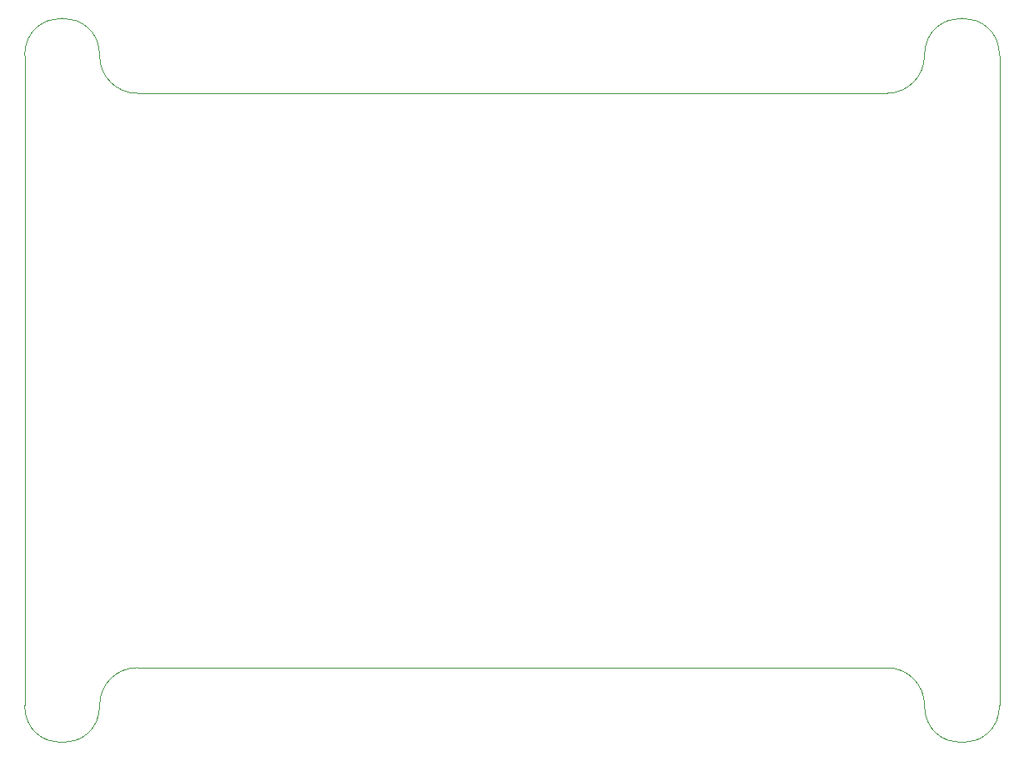
<source format=gbr>
%TF.GenerationSoftware,KiCad,Pcbnew,8.0.8*%
%TF.CreationDate,2025-02-03T20:11:21-03:00*%
%TF.ProjectId,BoxTurtle_DC_motors_RPiPico,426f7854-7572-4746-9c65-5f44435f6d6f,rev?*%
%TF.SameCoordinates,Original*%
%TF.FileFunction,Profile,NP*%
%FSLAX46Y46*%
G04 Gerber Fmt 4.6, Leading zero omitted, Abs format (unit mm)*
G04 Created by KiCad (PCBNEW 8.0.8) date 2025-02-03 20:11:21*
%MOMM*%
%LPD*%
G01*
G04 APERTURE LIST*
%TA.AperFunction,Profile*%
%ADD10C,0.050000*%
%TD*%
G04 APERTURE END LIST*
D10*
X101600000Y-105410000D02*
G75*
G02*
X93980000Y-105410000I-3810000J0D01*
G01*
X105410000Y-101600000D02*
X181610000Y-101600000D01*
X93980000Y-39370000D02*
G75*
G02*
X101600000Y-39370000I3810000J0D01*
G01*
X181610000Y-101600000D02*
G75*
G02*
X185420000Y-105410000I0J-3810000D01*
G01*
X93980000Y-39370000D02*
X93980000Y-105410000D01*
X105410000Y-43180000D02*
G75*
G02*
X101600000Y-39370000I0J3810000D01*
G01*
X185420000Y-39370000D02*
G75*
G02*
X181610000Y-43180000I-3810000J0D01*
G01*
X101600000Y-105410000D02*
G75*
G02*
X105410000Y-101600000I3810000J0D01*
G01*
X193040000Y-105410000D02*
G75*
G02*
X185420000Y-105410000I-3810000J0D01*
G01*
X185420000Y-39370000D02*
G75*
G02*
X193040000Y-39370000I3810000J0D01*
G01*
X193040000Y-105410000D02*
X193040000Y-39370000D01*
X181610000Y-43180000D02*
X105410000Y-43180000D01*
M02*

</source>
